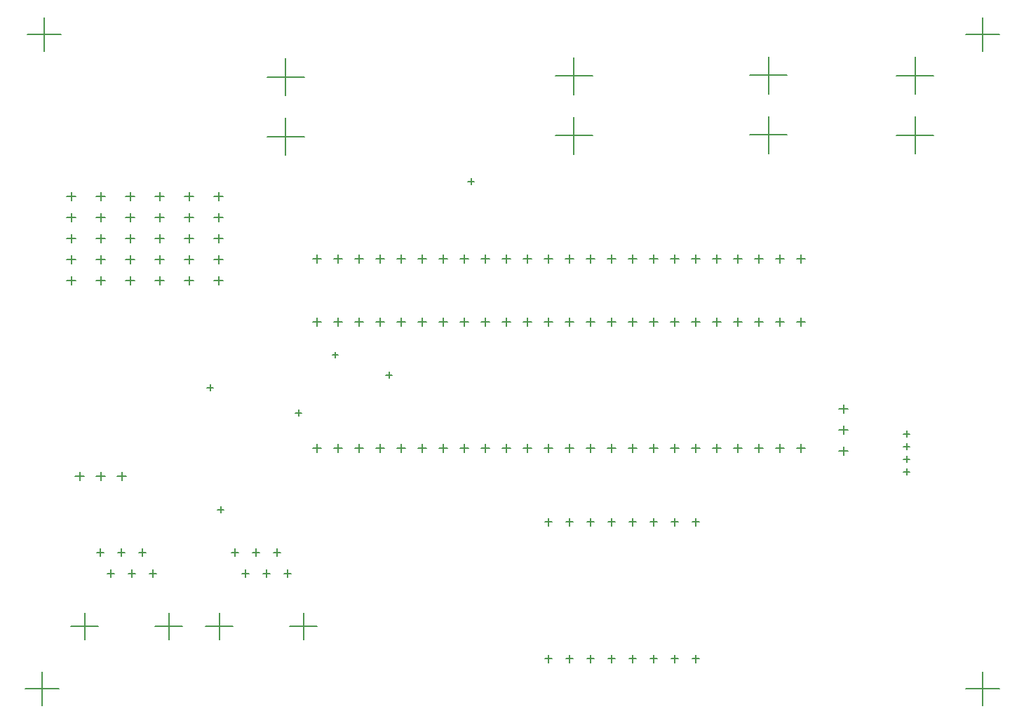
<source format=gbr>
%TF.GenerationSoftware,Altium Limited,Altium Designer,19.1.8 (144)*%
G04 Layer_Color=128*
%FSLAX26Y26*%
%MOIN*%
%TF.FileFunction,Drillmap*%
%TF.Part,Single*%
G01*
G75*
%TA.AperFunction,NonConductor*%
%ADD71C,0.005000*%
D71*
X1438583Y1271417D02*
X1478583D01*
X1458583Y1251417D02*
Y1291417D01*
X1538583Y1271417D02*
X1578583D01*
X1558583Y1251417D02*
Y1291417D01*
X1638583Y1271417D02*
X1678583D01*
X1658583Y1251417D02*
Y1291417D01*
X1738583Y1271417D02*
X1778583D01*
X1758583Y1251417D02*
Y1291417D01*
X1838583Y1271417D02*
X1878583D01*
X1858583Y1251417D02*
Y1291417D01*
X1938583Y1271417D02*
X1978583D01*
X1958583Y1251417D02*
Y1291417D01*
X2038583Y1271417D02*
X2078583D01*
X2058583Y1251417D02*
Y1291417D01*
X2138583Y1271417D02*
X2178583D01*
X2158583Y1251417D02*
Y1291417D01*
X2238583Y1271417D02*
X2278583D01*
X2258583Y1251417D02*
Y1291417D01*
X2338583Y1271417D02*
X2378583D01*
X2358583Y1251417D02*
Y1291417D01*
X2438583Y1271417D02*
X2478583D01*
X2458583Y1251417D02*
Y1291417D01*
X2538583Y1271417D02*
X2578583D01*
X2558583Y1251417D02*
Y1291417D01*
X2638583Y1271417D02*
X2678583D01*
X2658583Y1251417D02*
Y1291417D01*
X2738583Y1271417D02*
X2778583D01*
X2758583Y1251417D02*
Y1291417D01*
X2738583Y1871417D02*
X2778583D01*
X2758583Y1851417D02*
Y1891417D01*
X2638583Y1871417D02*
X2678583D01*
X2658583Y1851417D02*
Y1891417D01*
X2538583Y1871417D02*
X2578583D01*
X2558583Y1851417D02*
Y1891417D01*
X2438583Y1871417D02*
X2478583D01*
X2458583Y1851417D02*
Y1891417D01*
X2338583Y1871417D02*
X2378583D01*
X2358583Y1851417D02*
Y1891417D01*
X2238583Y1871417D02*
X2278583D01*
X2258583Y1851417D02*
Y1891417D01*
X2138583Y1871417D02*
X2178583D01*
X2158583Y1851417D02*
Y1891417D01*
X2038583Y1871417D02*
X2078583D01*
X2058583Y1851417D02*
Y1891417D01*
X1938583Y1871417D02*
X1978583D01*
X1958583Y1851417D02*
Y1891417D01*
X1838583Y1871417D02*
X1878583D01*
X1858583Y1851417D02*
Y1891417D01*
X1738583Y1871417D02*
X1778583D01*
X1758583Y1851417D02*
Y1891417D01*
X2938583Y1271417D02*
X2978583D01*
X2958583Y1251417D02*
Y1291417D01*
X3038583Y1271417D02*
X3078583D01*
X3058583Y1251417D02*
Y1291417D01*
X3138583Y1271417D02*
X3178583D01*
X3158583Y1251417D02*
Y1291417D01*
X3238583Y1271417D02*
X3278583D01*
X3258583Y1251417D02*
Y1291417D01*
X3338583Y1271417D02*
X3378583D01*
X3358583Y1251417D02*
Y1291417D01*
X3438583Y1271417D02*
X3478583D01*
X3458583Y1251417D02*
Y1291417D01*
X3538583Y1271417D02*
X3578583D01*
X3558583Y1251417D02*
Y1291417D01*
X3638583Y1271417D02*
X3678583D01*
X3658583Y1251417D02*
Y1291417D01*
X3738583Y1271417D02*
X3778583D01*
X3758583Y1251417D02*
Y1291417D01*
X3738583Y1871417D02*
X3778583D01*
X3758583Y1851417D02*
Y1891417D01*
X3638583Y1871417D02*
X3678583D01*
X3658583Y1851417D02*
Y1891417D01*
X3538583Y1871417D02*
X3578583D01*
X3558583Y1851417D02*
Y1891417D01*
X3438583Y1871417D02*
X3478583D01*
X3458583Y1851417D02*
Y1891417D01*
X3338583Y1871417D02*
X3378583D01*
X3358583Y1851417D02*
Y1891417D01*
X3238583Y1871417D02*
X3278583D01*
X3258583Y1851417D02*
Y1891417D01*
X3138583Y1871417D02*
X3178583D01*
X3158583Y1851417D02*
Y1891417D01*
X2838583Y1271417D02*
X2878583D01*
X2858583Y1251417D02*
Y1291417D01*
X1638583Y1871417D02*
X1678583D01*
X1658583Y1851417D02*
Y1891417D01*
X1538583Y1871417D02*
X1578583D01*
X1558583Y1851417D02*
Y1891417D01*
X1438583Y1871417D02*
X1478583D01*
X1458583Y1851417D02*
Y1891417D01*
X2838583Y1871417D02*
X2878583D01*
X2858583Y1851417D02*
Y1891417D01*
X2938583Y1871417D02*
X2978583D01*
X2958583Y1851417D02*
Y1891417D01*
X3038583Y1871417D02*
X3078583D01*
X3058583Y1851417D02*
Y1891417D01*
X2640866Y271417D02*
X2676299D01*
X2658583Y253701D02*
Y289134D01*
X2540866Y271417D02*
X2576299D01*
X2558583Y253701D02*
Y289134D01*
X2640866Y921417D02*
X2676299D01*
X2658583Y903701D02*
Y939134D01*
X2540866Y921417D02*
X2576299D01*
X2558583Y903701D02*
Y939134D01*
X2840866Y271417D02*
X2876299D01*
X2858583Y253701D02*
Y289134D01*
X2740866Y271417D02*
X2776299D01*
X2758583Y253701D02*
Y289134D01*
X2840866Y921417D02*
X2876299D01*
X2858583Y903701D02*
Y939134D01*
X2740866Y921417D02*
X2776299D01*
X2758583Y903701D02*
Y939134D01*
X3040866Y271417D02*
X3076299D01*
X3058583Y253701D02*
Y289134D01*
X2940866Y271417D02*
X2976299D01*
X2958583Y253701D02*
Y289134D01*
X3040866Y921417D02*
X3076299D01*
X3058583Y903701D02*
Y939134D01*
X2940866Y921417D02*
X2976299D01*
X2958583Y903701D02*
Y939134D01*
X3140866Y921417D02*
X3176299D01*
X3158583Y903701D02*
Y939134D01*
X3240866Y921417D02*
X3276299D01*
X3258583Y903701D02*
Y939134D01*
X3140866Y271417D02*
X3176299D01*
X3158583Y253701D02*
Y289134D01*
X3240866Y271417D02*
X3276299D01*
X3258583Y253701D02*
Y289134D01*
X3939921Y1460000D02*
X3980079D01*
X3960000Y1439921D02*
Y1480079D01*
X3939921Y1360000D02*
X3980079D01*
X3960000Y1339921D02*
Y1380079D01*
X3939921Y1260000D02*
X3980079D01*
X3960000Y1239921D02*
Y1280079D01*
X269921Y2470000D02*
X310079D01*
X290000Y2449921D02*
Y2490079D01*
X269921Y2170000D02*
X310079D01*
X290000Y2149921D02*
Y2190079D01*
X269921Y2070000D02*
X310079D01*
X290000Y2049921D02*
Y2090079D01*
X269921Y2270000D02*
X310079D01*
X290000Y2249921D02*
Y2290079D01*
X269921Y2370000D02*
X310079D01*
X290000Y2349921D02*
Y2390079D01*
X409921Y2470000D02*
X450079D01*
X430000Y2449921D02*
Y2490079D01*
X409921Y2170000D02*
X450079D01*
X430000Y2149921D02*
Y2190079D01*
X409921Y2070000D02*
X450079D01*
X430000Y2049921D02*
Y2090079D01*
X409921Y2270000D02*
X450079D01*
X430000Y2249921D02*
Y2290079D01*
X409921Y2370000D02*
X450079D01*
X430000Y2349921D02*
Y2390079D01*
X549921Y2470000D02*
X590079D01*
X570000Y2449921D02*
Y2490079D01*
X549921Y2170000D02*
X590079D01*
X570000Y2149921D02*
Y2190079D01*
X549921Y2070000D02*
X590079D01*
X570000Y2049921D02*
Y2090079D01*
X549921Y2270000D02*
X590079D01*
X570000Y2249921D02*
Y2290079D01*
X549921Y2370000D02*
X590079D01*
X570000Y2349921D02*
Y2390079D01*
X689921Y2470000D02*
X730079D01*
X710000Y2449921D02*
Y2490079D01*
X689921Y2170000D02*
X730079D01*
X710000Y2149921D02*
Y2190079D01*
X689921Y2070000D02*
X730079D01*
X710000Y2049921D02*
Y2090079D01*
X689921Y2270000D02*
X730079D01*
X710000Y2249921D02*
Y2290079D01*
X689921Y2370000D02*
X730079D01*
X710000Y2349921D02*
Y2390079D01*
X829921Y2470000D02*
X870079D01*
X850000Y2449921D02*
Y2490079D01*
X829921Y2170000D02*
X870079D01*
X850000Y2149921D02*
Y2190079D01*
X829921Y2070000D02*
X870079D01*
X850000Y2049921D02*
Y2090079D01*
X829921Y2270000D02*
X870079D01*
X850000Y2249921D02*
Y2290079D01*
X829921Y2370000D02*
X870079D01*
X850000Y2349921D02*
Y2390079D01*
X969921Y2470000D02*
X1010079D01*
X990000Y2449921D02*
Y2490079D01*
X969921Y2170000D02*
X1010079D01*
X990000Y2149921D02*
Y2190079D01*
X969921Y2070000D02*
X1010079D01*
X990000Y2049921D02*
Y2090079D01*
X969921Y2270000D02*
X1010079D01*
X990000Y2249921D02*
Y2290079D01*
X969921Y2370000D02*
X1010079D01*
X990000Y2349921D02*
Y2390079D01*
X4211417Y3043465D02*
X4388583D01*
X4300000Y2954882D02*
Y3132047D01*
X4211417Y2760000D02*
X4388583D01*
X4300000Y2671417D02*
Y2848583D01*
X661063Y676417D02*
X696102D01*
X678583Y658898D02*
Y693937D01*
X561063Y676417D02*
X596102D01*
X578583Y658898D02*
Y693937D01*
X461063Y676417D02*
X496102D01*
X478583Y658898D02*
Y693937D01*
X611063Y776417D02*
X646102D01*
X628583Y758898D02*
Y793937D01*
X511063Y776417D02*
X546102D01*
X528583Y758898D02*
Y793937D01*
X411063Y776417D02*
X446102D01*
X428583Y758898D02*
Y793937D01*
X689606Y426417D02*
X817559D01*
X753583Y362441D02*
Y490394D01*
X289606Y426417D02*
X417559D01*
X353583Y362441D02*
Y490394D01*
X1301063Y676417D02*
X1336102D01*
X1318583Y658898D02*
Y693937D01*
X1201063Y676417D02*
X1236102D01*
X1218583Y658898D02*
Y693937D01*
X1101063Y676417D02*
X1136102D01*
X1118583Y658898D02*
Y693937D01*
X1251063Y776417D02*
X1286102D01*
X1268583Y758898D02*
Y793937D01*
X1151063Y776417D02*
X1186102D01*
X1168583Y758898D02*
Y793937D01*
X1051063Y776417D02*
X1086102D01*
X1068583Y758898D02*
Y793937D01*
X1329606Y426417D02*
X1457559D01*
X1393583Y362441D02*
Y490394D01*
X929606Y426417D02*
X1057559D01*
X993583Y362441D02*
Y490394D01*
X1538504Y2171417D02*
X1578661D01*
X1558583Y2151339D02*
Y2191496D01*
X1638504Y2171417D02*
X1678661D01*
X1658583Y2151339D02*
Y2191496D01*
X1738504Y2171417D02*
X1778661D01*
X1758583Y2151339D02*
Y2191496D01*
X1838504Y2171417D02*
X1878661D01*
X1858583Y2151339D02*
Y2191496D01*
X2238504Y2171417D02*
X2278661D01*
X2258583Y2151339D02*
Y2191496D01*
X2138504Y2171417D02*
X2178661D01*
X2158583Y2151339D02*
Y2191496D01*
X2038504Y2171417D02*
X2078661D01*
X2058583Y2151339D02*
Y2191496D01*
X1938504Y2171417D02*
X1978661D01*
X1958583Y2151339D02*
Y2191496D01*
X2638504Y2171417D02*
X2678661D01*
X2658583Y2151339D02*
Y2191496D01*
X2538504Y2171417D02*
X2578661D01*
X2558583Y2151339D02*
Y2191496D01*
X2438504Y2171417D02*
X2478661D01*
X2458583Y2151339D02*
Y2191496D01*
X2338504Y2171417D02*
X2378661D01*
X2358583Y2151339D02*
Y2191496D01*
X3038504Y2171417D02*
X3078661D01*
X3058583Y2151339D02*
Y2191496D01*
X2938504Y2171417D02*
X2978661D01*
X2958583Y2151339D02*
Y2191496D01*
X2838504Y2171417D02*
X2878661D01*
X2858583Y2151339D02*
Y2191496D01*
X2738504Y2171417D02*
X2778661D01*
X2758583Y2151339D02*
Y2191496D01*
X3438504Y2171417D02*
X3478661D01*
X3458583Y2151339D02*
Y2191496D01*
X3538504Y2171417D02*
X3578661D01*
X3558583Y2151339D02*
Y2191496D01*
X3638504Y2171417D02*
X3678661D01*
X3658583Y2151339D02*
Y2191496D01*
X3738504Y2171417D02*
X3778661D01*
X3758583Y2151339D02*
Y2191496D01*
X3138504Y2171417D02*
X3178661D01*
X3158583Y2151339D02*
Y2191496D01*
X3238504Y2171417D02*
X3278661D01*
X3258583Y2151339D02*
Y2191496D01*
X3338504Y2171417D02*
X3378661D01*
X3358583Y2151339D02*
Y2191496D01*
X1438504Y2171417D02*
X1478661D01*
X1458583Y2151339D02*
Y2191496D01*
X309921Y1140000D02*
X350079D01*
X330000Y1119921D02*
Y1160079D01*
X409921Y1140000D02*
X450079D01*
X430000Y1119921D02*
Y1160079D01*
X509921Y1140000D02*
X550079D01*
X530000Y1119921D02*
Y1160079D01*
X3515000Y3044882D02*
X3692165D01*
X3603583Y2956299D02*
Y3133465D01*
X3515000Y2761417D02*
X3692165D01*
X3603583Y2672835D02*
Y2850000D01*
X1220197Y3036417D02*
X1397362D01*
X1308780Y2947835D02*
Y3125000D01*
X1220197Y2752953D02*
X1397362D01*
X1308780Y2664370D02*
Y2841535D01*
X2590197Y3041417D02*
X2767362D01*
X2678780Y2952835D02*
Y3130000D01*
X2590197Y2757953D02*
X2767362D01*
X2678780Y2669370D02*
Y2846535D01*
X4540000Y3240000D02*
X4700000D01*
X4620000Y3160000D02*
Y3320000D01*
X4540000Y130000D02*
X4700000D01*
X4620000Y50000D02*
Y210000D01*
X70000Y130000D02*
X230000D01*
X150000Y50000D02*
Y210000D01*
X80000Y3240000D02*
X240000D01*
X160000Y3160000D02*
Y3320000D01*
X4246000Y1160000D02*
X4274000D01*
X4260000Y1146000D02*
Y1174000D01*
X4246000Y1220000D02*
X4274000D01*
X4260000Y1206000D02*
Y1234000D01*
X4246000Y1280000D02*
X4274000D01*
X4260000Y1266000D02*
Y1294000D01*
X4246000Y1340000D02*
X4274000D01*
X4260000Y1326000D02*
Y1354000D01*
X1356000Y1440000D02*
X1384000D01*
X1370000Y1426000D02*
Y1454000D01*
X936000Y1560000D02*
X964000D01*
X950000Y1546000D02*
Y1574000D01*
X1786000Y1620000D02*
X1814000D01*
X1800000Y1606000D02*
Y1634000D01*
X986000Y980000D02*
X1014000D01*
X1000000Y966000D02*
Y994000D01*
X1531000Y1715000D02*
X1559000D01*
X1545000Y1701000D02*
Y1729000D01*
X2176000Y2540000D02*
X2204000D01*
X2190000Y2526000D02*
Y2554000D01*
%TF.MD5,29d24594652bba58aa6d5b44e882a793*%
M02*

</source>
